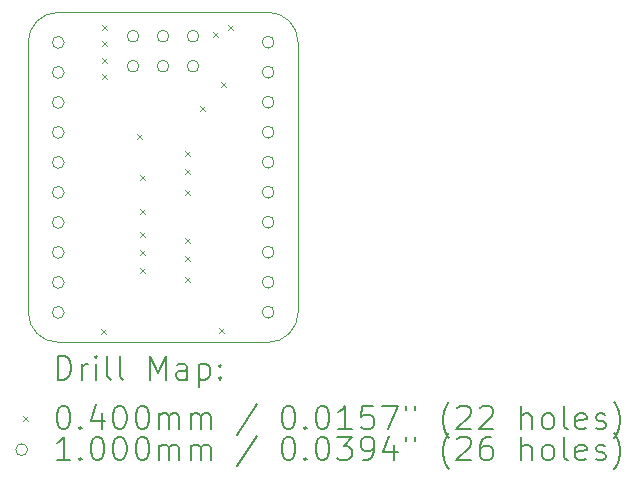
<source format=gbr>
%TF.GenerationSoftware,KiCad,Pcbnew,6.0.8-1.fc36*%
%TF.CreationDate,2022-11-01T17:46:50+01:00*%
%TF.ProjectId,avr32dd20_eval,61767233-3264-4643-9230-5f6576616c2e,rev?*%
%TF.SameCoordinates,Original*%
%TF.FileFunction,Drillmap*%
%TF.FilePolarity,Positive*%
%FSLAX45Y45*%
G04 Gerber Fmt 4.5, Leading zero omitted, Abs format (unit mm)*
G04 Created by KiCad (PCBNEW 6.0.8-1.fc36) date 2022-11-01 17:46:50*
%MOMM*%
%LPD*%
G01*
G04 APERTURE LIST*
%ADD10C,0.100000*%
%ADD11C,0.200000*%
%ADD12C,0.040000*%
G04 APERTURE END LIST*
D10*
X8763000Y-9525000D02*
X8763000Y-7239000D01*
X10795000Y-9779000D02*
X9017000Y-9779000D01*
X11049000Y-7239000D02*
X11049000Y-9525000D01*
X9017000Y-6985000D02*
X10795000Y-6985000D01*
X11049000Y-7239000D02*
G75*
G03*
X10795000Y-6985000I-254000J0D01*
G01*
X9017000Y-6985000D02*
G75*
G03*
X8763000Y-7239000I0J-254000D01*
G01*
X8763000Y-9525000D02*
G75*
G03*
X9017000Y-9779000I254000J0D01*
G01*
X10795000Y-9779000D02*
G75*
G03*
X11049000Y-9525000I0J254000D01*
G01*
D11*
D12*
X9378000Y-9670100D02*
X9418000Y-9710100D01*
X9418000Y-9670100D02*
X9378000Y-9710100D01*
X9390700Y-7092000D02*
X9430700Y-7132000D01*
X9430700Y-7092000D02*
X9390700Y-7132000D01*
X9390700Y-7231700D02*
X9430700Y-7271700D01*
X9430700Y-7231700D02*
X9390700Y-7271700D01*
X9390700Y-7371400D02*
X9430700Y-7411400D01*
X9430700Y-7371400D02*
X9390700Y-7411400D01*
X9390700Y-7511100D02*
X9430700Y-7551100D01*
X9430700Y-7511100D02*
X9390700Y-7551100D01*
X9682800Y-8019100D02*
X9722800Y-8059100D01*
X9722800Y-8019100D02*
X9682800Y-8059100D01*
X9708200Y-8362000D02*
X9748200Y-8402000D01*
X9748200Y-8362000D02*
X9708200Y-8402000D01*
X9708200Y-8654100D02*
X9748200Y-8694100D01*
X9748200Y-8654100D02*
X9708200Y-8694100D01*
X9708200Y-8844600D02*
X9748200Y-8884600D01*
X9748200Y-8844600D02*
X9708200Y-8884600D01*
X9708200Y-8997000D02*
X9748200Y-9037000D01*
X9748200Y-8997000D02*
X9708200Y-9037000D01*
X9708200Y-9149400D02*
X9748200Y-9189400D01*
X9748200Y-9149400D02*
X9708200Y-9189400D01*
X10089200Y-8158800D02*
X10129200Y-8198800D01*
X10129200Y-8158800D02*
X10089200Y-8198800D01*
X10089200Y-8311200D02*
X10129200Y-8351200D01*
X10129200Y-8311200D02*
X10089200Y-8351200D01*
X10089200Y-8489000D02*
X10129200Y-8529000D01*
X10129200Y-8489000D02*
X10089200Y-8529000D01*
X10089200Y-8895400D02*
X10129200Y-8935400D01*
X10129200Y-8895400D02*
X10089200Y-8935400D01*
X10089200Y-9047800D02*
X10129200Y-9087800D01*
X10129200Y-9047800D02*
X10089200Y-9087800D01*
X10089200Y-9225600D02*
X10129200Y-9265600D01*
X10129200Y-9225600D02*
X10089200Y-9265600D01*
X10216200Y-7777800D02*
X10256200Y-7817800D01*
X10256200Y-7777800D02*
X10216200Y-7817800D01*
X10330500Y-7155500D02*
X10370500Y-7195500D01*
X10370500Y-7155500D02*
X10330500Y-7195500D01*
X10381300Y-9657400D02*
X10421300Y-9697400D01*
X10421300Y-9657400D02*
X10381300Y-9697400D01*
X10394000Y-7574600D02*
X10434000Y-7614600D01*
X10434000Y-7574600D02*
X10394000Y-7614600D01*
X10457500Y-7092000D02*
X10497500Y-7132000D01*
X10497500Y-7092000D02*
X10457500Y-7132000D01*
D10*
X9067000Y-7239500D02*
G75*
G03*
X9067000Y-7239500I-50000J0D01*
G01*
X9067000Y-7493500D02*
G75*
G03*
X9067000Y-7493500I-50000J0D01*
G01*
X9067000Y-7747500D02*
G75*
G03*
X9067000Y-7747500I-50000J0D01*
G01*
X9067000Y-8001500D02*
G75*
G03*
X9067000Y-8001500I-50000J0D01*
G01*
X9067000Y-8255500D02*
G75*
G03*
X9067000Y-8255500I-50000J0D01*
G01*
X9067000Y-8509500D02*
G75*
G03*
X9067000Y-8509500I-50000J0D01*
G01*
X9067000Y-8763500D02*
G75*
G03*
X9067000Y-8763500I-50000J0D01*
G01*
X9067000Y-9017500D02*
G75*
G03*
X9067000Y-9017500I-50000J0D01*
G01*
X9067000Y-9271500D02*
G75*
G03*
X9067000Y-9271500I-50000J0D01*
G01*
X9067000Y-9525500D02*
G75*
G03*
X9067000Y-9525500I-50000J0D01*
G01*
X9700500Y-7187700D02*
G75*
G03*
X9700500Y-7187700I-50000J0D01*
G01*
X9700500Y-7441700D02*
G75*
G03*
X9700500Y-7441700I-50000J0D01*
G01*
X9954500Y-7187700D02*
G75*
G03*
X9954500Y-7187700I-50000J0D01*
G01*
X9954500Y-7441700D02*
G75*
G03*
X9954500Y-7441700I-50000J0D01*
G01*
X10208500Y-7187700D02*
G75*
G03*
X10208500Y-7187700I-50000J0D01*
G01*
X10208500Y-7441700D02*
G75*
G03*
X10208500Y-7441700I-50000J0D01*
G01*
X10845000Y-7238500D02*
G75*
G03*
X10845000Y-7238500I-50000J0D01*
G01*
X10845000Y-7492500D02*
G75*
G03*
X10845000Y-7492500I-50000J0D01*
G01*
X10845000Y-7746500D02*
G75*
G03*
X10845000Y-7746500I-50000J0D01*
G01*
X10845000Y-8000500D02*
G75*
G03*
X10845000Y-8000500I-50000J0D01*
G01*
X10845000Y-8254500D02*
G75*
G03*
X10845000Y-8254500I-50000J0D01*
G01*
X10845000Y-8508500D02*
G75*
G03*
X10845000Y-8508500I-50000J0D01*
G01*
X10845000Y-8762500D02*
G75*
G03*
X10845000Y-8762500I-50000J0D01*
G01*
X10845000Y-9016500D02*
G75*
G03*
X10845000Y-9016500I-50000J0D01*
G01*
X10845000Y-9270500D02*
G75*
G03*
X10845000Y-9270500I-50000J0D01*
G01*
X10845000Y-9524500D02*
G75*
G03*
X10845000Y-9524500I-50000J0D01*
G01*
D11*
X9015619Y-10094476D02*
X9015619Y-9894476D01*
X9063238Y-9894476D01*
X9091810Y-9904000D01*
X9110857Y-9923048D01*
X9120381Y-9942095D01*
X9129905Y-9980190D01*
X9129905Y-10008762D01*
X9120381Y-10046857D01*
X9110857Y-10065905D01*
X9091810Y-10084952D01*
X9063238Y-10094476D01*
X9015619Y-10094476D01*
X9215619Y-10094476D02*
X9215619Y-9961143D01*
X9215619Y-9999238D02*
X9225143Y-9980190D01*
X9234667Y-9970667D01*
X9253714Y-9961143D01*
X9272762Y-9961143D01*
X9339429Y-10094476D02*
X9339429Y-9961143D01*
X9339429Y-9894476D02*
X9329905Y-9904000D01*
X9339429Y-9913524D01*
X9348952Y-9904000D01*
X9339429Y-9894476D01*
X9339429Y-9913524D01*
X9463238Y-10094476D02*
X9444190Y-10084952D01*
X9434667Y-10065905D01*
X9434667Y-9894476D01*
X9568000Y-10094476D02*
X9548952Y-10084952D01*
X9539429Y-10065905D01*
X9539429Y-9894476D01*
X9796571Y-10094476D02*
X9796571Y-9894476D01*
X9863238Y-10037333D01*
X9929905Y-9894476D01*
X9929905Y-10094476D01*
X10110857Y-10094476D02*
X10110857Y-9989714D01*
X10101333Y-9970667D01*
X10082286Y-9961143D01*
X10044190Y-9961143D01*
X10025143Y-9970667D01*
X10110857Y-10084952D02*
X10091810Y-10094476D01*
X10044190Y-10094476D01*
X10025143Y-10084952D01*
X10015619Y-10065905D01*
X10015619Y-10046857D01*
X10025143Y-10027810D01*
X10044190Y-10018286D01*
X10091810Y-10018286D01*
X10110857Y-10008762D01*
X10206095Y-9961143D02*
X10206095Y-10161143D01*
X10206095Y-9970667D02*
X10225143Y-9961143D01*
X10263238Y-9961143D01*
X10282286Y-9970667D01*
X10291810Y-9980190D01*
X10301333Y-9999238D01*
X10301333Y-10056381D01*
X10291810Y-10075429D01*
X10282286Y-10084952D01*
X10263238Y-10094476D01*
X10225143Y-10094476D01*
X10206095Y-10084952D01*
X10387048Y-10075429D02*
X10396571Y-10084952D01*
X10387048Y-10094476D01*
X10377524Y-10084952D01*
X10387048Y-10075429D01*
X10387048Y-10094476D01*
X10387048Y-9970667D02*
X10396571Y-9980190D01*
X10387048Y-9989714D01*
X10377524Y-9980190D01*
X10387048Y-9970667D01*
X10387048Y-9989714D01*
D12*
X8718000Y-10404000D02*
X8758000Y-10444000D01*
X8758000Y-10404000D02*
X8718000Y-10444000D01*
D11*
X9053714Y-10314476D02*
X9072762Y-10314476D01*
X9091810Y-10324000D01*
X9101333Y-10333524D01*
X9110857Y-10352571D01*
X9120381Y-10390667D01*
X9120381Y-10438286D01*
X9110857Y-10476381D01*
X9101333Y-10495429D01*
X9091810Y-10504952D01*
X9072762Y-10514476D01*
X9053714Y-10514476D01*
X9034667Y-10504952D01*
X9025143Y-10495429D01*
X9015619Y-10476381D01*
X9006095Y-10438286D01*
X9006095Y-10390667D01*
X9015619Y-10352571D01*
X9025143Y-10333524D01*
X9034667Y-10324000D01*
X9053714Y-10314476D01*
X9206095Y-10495429D02*
X9215619Y-10504952D01*
X9206095Y-10514476D01*
X9196571Y-10504952D01*
X9206095Y-10495429D01*
X9206095Y-10514476D01*
X9387048Y-10381143D02*
X9387048Y-10514476D01*
X9339429Y-10304952D02*
X9291810Y-10447810D01*
X9415619Y-10447810D01*
X9529905Y-10314476D02*
X9548952Y-10314476D01*
X9568000Y-10324000D01*
X9577524Y-10333524D01*
X9587048Y-10352571D01*
X9596571Y-10390667D01*
X9596571Y-10438286D01*
X9587048Y-10476381D01*
X9577524Y-10495429D01*
X9568000Y-10504952D01*
X9548952Y-10514476D01*
X9529905Y-10514476D01*
X9510857Y-10504952D01*
X9501333Y-10495429D01*
X9491810Y-10476381D01*
X9482286Y-10438286D01*
X9482286Y-10390667D01*
X9491810Y-10352571D01*
X9501333Y-10333524D01*
X9510857Y-10324000D01*
X9529905Y-10314476D01*
X9720381Y-10314476D02*
X9739429Y-10314476D01*
X9758476Y-10324000D01*
X9768000Y-10333524D01*
X9777524Y-10352571D01*
X9787048Y-10390667D01*
X9787048Y-10438286D01*
X9777524Y-10476381D01*
X9768000Y-10495429D01*
X9758476Y-10504952D01*
X9739429Y-10514476D01*
X9720381Y-10514476D01*
X9701333Y-10504952D01*
X9691810Y-10495429D01*
X9682286Y-10476381D01*
X9672762Y-10438286D01*
X9672762Y-10390667D01*
X9682286Y-10352571D01*
X9691810Y-10333524D01*
X9701333Y-10324000D01*
X9720381Y-10314476D01*
X9872762Y-10514476D02*
X9872762Y-10381143D01*
X9872762Y-10400190D02*
X9882286Y-10390667D01*
X9901333Y-10381143D01*
X9929905Y-10381143D01*
X9948952Y-10390667D01*
X9958476Y-10409714D01*
X9958476Y-10514476D01*
X9958476Y-10409714D02*
X9968000Y-10390667D01*
X9987048Y-10381143D01*
X10015619Y-10381143D01*
X10034667Y-10390667D01*
X10044190Y-10409714D01*
X10044190Y-10514476D01*
X10139429Y-10514476D02*
X10139429Y-10381143D01*
X10139429Y-10400190D02*
X10148952Y-10390667D01*
X10168000Y-10381143D01*
X10196571Y-10381143D01*
X10215619Y-10390667D01*
X10225143Y-10409714D01*
X10225143Y-10514476D01*
X10225143Y-10409714D02*
X10234667Y-10390667D01*
X10253714Y-10381143D01*
X10282286Y-10381143D01*
X10301333Y-10390667D01*
X10310857Y-10409714D01*
X10310857Y-10514476D01*
X10701333Y-10304952D02*
X10529905Y-10562095D01*
X10958476Y-10314476D02*
X10977524Y-10314476D01*
X10996571Y-10324000D01*
X11006095Y-10333524D01*
X11015619Y-10352571D01*
X11025143Y-10390667D01*
X11025143Y-10438286D01*
X11015619Y-10476381D01*
X11006095Y-10495429D01*
X10996571Y-10504952D01*
X10977524Y-10514476D01*
X10958476Y-10514476D01*
X10939429Y-10504952D01*
X10929905Y-10495429D01*
X10920381Y-10476381D01*
X10910857Y-10438286D01*
X10910857Y-10390667D01*
X10920381Y-10352571D01*
X10929905Y-10333524D01*
X10939429Y-10324000D01*
X10958476Y-10314476D01*
X11110857Y-10495429D02*
X11120381Y-10504952D01*
X11110857Y-10514476D01*
X11101333Y-10504952D01*
X11110857Y-10495429D01*
X11110857Y-10514476D01*
X11244190Y-10314476D02*
X11263238Y-10314476D01*
X11282286Y-10324000D01*
X11291809Y-10333524D01*
X11301333Y-10352571D01*
X11310857Y-10390667D01*
X11310857Y-10438286D01*
X11301333Y-10476381D01*
X11291809Y-10495429D01*
X11282286Y-10504952D01*
X11263238Y-10514476D01*
X11244190Y-10514476D01*
X11225143Y-10504952D01*
X11215619Y-10495429D01*
X11206095Y-10476381D01*
X11196571Y-10438286D01*
X11196571Y-10390667D01*
X11206095Y-10352571D01*
X11215619Y-10333524D01*
X11225143Y-10324000D01*
X11244190Y-10314476D01*
X11501333Y-10514476D02*
X11387048Y-10514476D01*
X11444190Y-10514476D02*
X11444190Y-10314476D01*
X11425143Y-10343048D01*
X11406095Y-10362095D01*
X11387048Y-10371619D01*
X11682286Y-10314476D02*
X11587048Y-10314476D01*
X11577524Y-10409714D01*
X11587048Y-10400190D01*
X11606095Y-10390667D01*
X11653714Y-10390667D01*
X11672762Y-10400190D01*
X11682286Y-10409714D01*
X11691809Y-10428762D01*
X11691809Y-10476381D01*
X11682286Y-10495429D01*
X11672762Y-10504952D01*
X11653714Y-10514476D01*
X11606095Y-10514476D01*
X11587048Y-10504952D01*
X11577524Y-10495429D01*
X11758476Y-10314476D02*
X11891809Y-10314476D01*
X11806095Y-10514476D01*
X11958476Y-10314476D02*
X11958476Y-10352571D01*
X12034667Y-10314476D02*
X12034667Y-10352571D01*
X12329905Y-10590667D02*
X12320381Y-10581143D01*
X12301333Y-10552571D01*
X12291809Y-10533524D01*
X12282286Y-10504952D01*
X12272762Y-10457333D01*
X12272762Y-10419238D01*
X12282286Y-10371619D01*
X12291809Y-10343048D01*
X12301333Y-10324000D01*
X12320381Y-10295429D01*
X12329905Y-10285905D01*
X12396571Y-10333524D02*
X12406095Y-10324000D01*
X12425143Y-10314476D01*
X12472762Y-10314476D01*
X12491809Y-10324000D01*
X12501333Y-10333524D01*
X12510857Y-10352571D01*
X12510857Y-10371619D01*
X12501333Y-10400190D01*
X12387048Y-10514476D01*
X12510857Y-10514476D01*
X12587048Y-10333524D02*
X12596571Y-10324000D01*
X12615619Y-10314476D01*
X12663238Y-10314476D01*
X12682286Y-10324000D01*
X12691809Y-10333524D01*
X12701333Y-10352571D01*
X12701333Y-10371619D01*
X12691809Y-10400190D01*
X12577524Y-10514476D01*
X12701333Y-10514476D01*
X12939428Y-10514476D02*
X12939428Y-10314476D01*
X13025143Y-10514476D02*
X13025143Y-10409714D01*
X13015619Y-10390667D01*
X12996571Y-10381143D01*
X12968000Y-10381143D01*
X12948952Y-10390667D01*
X12939428Y-10400190D01*
X13148952Y-10514476D02*
X13129905Y-10504952D01*
X13120381Y-10495429D01*
X13110857Y-10476381D01*
X13110857Y-10419238D01*
X13120381Y-10400190D01*
X13129905Y-10390667D01*
X13148952Y-10381143D01*
X13177524Y-10381143D01*
X13196571Y-10390667D01*
X13206095Y-10400190D01*
X13215619Y-10419238D01*
X13215619Y-10476381D01*
X13206095Y-10495429D01*
X13196571Y-10504952D01*
X13177524Y-10514476D01*
X13148952Y-10514476D01*
X13329905Y-10514476D02*
X13310857Y-10504952D01*
X13301333Y-10485905D01*
X13301333Y-10314476D01*
X13482286Y-10504952D02*
X13463238Y-10514476D01*
X13425143Y-10514476D01*
X13406095Y-10504952D01*
X13396571Y-10485905D01*
X13396571Y-10409714D01*
X13406095Y-10390667D01*
X13425143Y-10381143D01*
X13463238Y-10381143D01*
X13482286Y-10390667D01*
X13491809Y-10409714D01*
X13491809Y-10428762D01*
X13396571Y-10447810D01*
X13568000Y-10504952D02*
X13587048Y-10514476D01*
X13625143Y-10514476D01*
X13644190Y-10504952D01*
X13653714Y-10485905D01*
X13653714Y-10476381D01*
X13644190Y-10457333D01*
X13625143Y-10447810D01*
X13596571Y-10447810D01*
X13577524Y-10438286D01*
X13568000Y-10419238D01*
X13568000Y-10409714D01*
X13577524Y-10390667D01*
X13596571Y-10381143D01*
X13625143Y-10381143D01*
X13644190Y-10390667D01*
X13720381Y-10590667D02*
X13729905Y-10581143D01*
X13748952Y-10552571D01*
X13758476Y-10533524D01*
X13768000Y-10504952D01*
X13777524Y-10457333D01*
X13777524Y-10419238D01*
X13768000Y-10371619D01*
X13758476Y-10343048D01*
X13748952Y-10324000D01*
X13729905Y-10295429D01*
X13720381Y-10285905D01*
D10*
X8758000Y-10688000D02*
G75*
G03*
X8758000Y-10688000I-50000J0D01*
G01*
D11*
X9120381Y-10778476D02*
X9006095Y-10778476D01*
X9063238Y-10778476D02*
X9063238Y-10578476D01*
X9044190Y-10607048D01*
X9025143Y-10626095D01*
X9006095Y-10635619D01*
X9206095Y-10759429D02*
X9215619Y-10768952D01*
X9206095Y-10778476D01*
X9196571Y-10768952D01*
X9206095Y-10759429D01*
X9206095Y-10778476D01*
X9339429Y-10578476D02*
X9358476Y-10578476D01*
X9377524Y-10588000D01*
X9387048Y-10597524D01*
X9396571Y-10616571D01*
X9406095Y-10654667D01*
X9406095Y-10702286D01*
X9396571Y-10740381D01*
X9387048Y-10759429D01*
X9377524Y-10768952D01*
X9358476Y-10778476D01*
X9339429Y-10778476D01*
X9320381Y-10768952D01*
X9310857Y-10759429D01*
X9301333Y-10740381D01*
X9291810Y-10702286D01*
X9291810Y-10654667D01*
X9301333Y-10616571D01*
X9310857Y-10597524D01*
X9320381Y-10588000D01*
X9339429Y-10578476D01*
X9529905Y-10578476D02*
X9548952Y-10578476D01*
X9568000Y-10588000D01*
X9577524Y-10597524D01*
X9587048Y-10616571D01*
X9596571Y-10654667D01*
X9596571Y-10702286D01*
X9587048Y-10740381D01*
X9577524Y-10759429D01*
X9568000Y-10768952D01*
X9548952Y-10778476D01*
X9529905Y-10778476D01*
X9510857Y-10768952D01*
X9501333Y-10759429D01*
X9491810Y-10740381D01*
X9482286Y-10702286D01*
X9482286Y-10654667D01*
X9491810Y-10616571D01*
X9501333Y-10597524D01*
X9510857Y-10588000D01*
X9529905Y-10578476D01*
X9720381Y-10578476D02*
X9739429Y-10578476D01*
X9758476Y-10588000D01*
X9768000Y-10597524D01*
X9777524Y-10616571D01*
X9787048Y-10654667D01*
X9787048Y-10702286D01*
X9777524Y-10740381D01*
X9768000Y-10759429D01*
X9758476Y-10768952D01*
X9739429Y-10778476D01*
X9720381Y-10778476D01*
X9701333Y-10768952D01*
X9691810Y-10759429D01*
X9682286Y-10740381D01*
X9672762Y-10702286D01*
X9672762Y-10654667D01*
X9682286Y-10616571D01*
X9691810Y-10597524D01*
X9701333Y-10588000D01*
X9720381Y-10578476D01*
X9872762Y-10778476D02*
X9872762Y-10645143D01*
X9872762Y-10664190D02*
X9882286Y-10654667D01*
X9901333Y-10645143D01*
X9929905Y-10645143D01*
X9948952Y-10654667D01*
X9958476Y-10673714D01*
X9958476Y-10778476D01*
X9958476Y-10673714D02*
X9968000Y-10654667D01*
X9987048Y-10645143D01*
X10015619Y-10645143D01*
X10034667Y-10654667D01*
X10044190Y-10673714D01*
X10044190Y-10778476D01*
X10139429Y-10778476D02*
X10139429Y-10645143D01*
X10139429Y-10664190D02*
X10148952Y-10654667D01*
X10168000Y-10645143D01*
X10196571Y-10645143D01*
X10215619Y-10654667D01*
X10225143Y-10673714D01*
X10225143Y-10778476D01*
X10225143Y-10673714D02*
X10234667Y-10654667D01*
X10253714Y-10645143D01*
X10282286Y-10645143D01*
X10301333Y-10654667D01*
X10310857Y-10673714D01*
X10310857Y-10778476D01*
X10701333Y-10568952D02*
X10529905Y-10826095D01*
X10958476Y-10578476D02*
X10977524Y-10578476D01*
X10996571Y-10588000D01*
X11006095Y-10597524D01*
X11015619Y-10616571D01*
X11025143Y-10654667D01*
X11025143Y-10702286D01*
X11015619Y-10740381D01*
X11006095Y-10759429D01*
X10996571Y-10768952D01*
X10977524Y-10778476D01*
X10958476Y-10778476D01*
X10939429Y-10768952D01*
X10929905Y-10759429D01*
X10920381Y-10740381D01*
X10910857Y-10702286D01*
X10910857Y-10654667D01*
X10920381Y-10616571D01*
X10929905Y-10597524D01*
X10939429Y-10588000D01*
X10958476Y-10578476D01*
X11110857Y-10759429D02*
X11120381Y-10768952D01*
X11110857Y-10778476D01*
X11101333Y-10768952D01*
X11110857Y-10759429D01*
X11110857Y-10778476D01*
X11244190Y-10578476D02*
X11263238Y-10578476D01*
X11282286Y-10588000D01*
X11291809Y-10597524D01*
X11301333Y-10616571D01*
X11310857Y-10654667D01*
X11310857Y-10702286D01*
X11301333Y-10740381D01*
X11291809Y-10759429D01*
X11282286Y-10768952D01*
X11263238Y-10778476D01*
X11244190Y-10778476D01*
X11225143Y-10768952D01*
X11215619Y-10759429D01*
X11206095Y-10740381D01*
X11196571Y-10702286D01*
X11196571Y-10654667D01*
X11206095Y-10616571D01*
X11215619Y-10597524D01*
X11225143Y-10588000D01*
X11244190Y-10578476D01*
X11377524Y-10578476D02*
X11501333Y-10578476D01*
X11434667Y-10654667D01*
X11463238Y-10654667D01*
X11482286Y-10664190D01*
X11491809Y-10673714D01*
X11501333Y-10692762D01*
X11501333Y-10740381D01*
X11491809Y-10759429D01*
X11482286Y-10768952D01*
X11463238Y-10778476D01*
X11406095Y-10778476D01*
X11387048Y-10768952D01*
X11377524Y-10759429D01*
X11596571Y-10778476D02*
X11634667Y-10778476D01*
X11653714Y-10768952D01*
X11663238Y-10759429D01*
X11682286Y-10730857D01*
X11691809Y-10692762D01*
X11691809Y-10616571D01*
X11682286Y-10597524D01*
X11672762Y-10588000D01*
X11653714Y-10578476D01*
X11615619Y-10578476D01*
X11596571Y-10588000D01*
X11587048Y-10597524D01*
X11577524Y-10616571D01*
X11577524Y-10664190D01*
X11587048Y-10683238D01*
X11596571Y-10692762D01*
X11615619Y-10702286D01*
X11653714Y-10702286D01*
X11672762Y-10692762D01*
X11682286Y-10683238D01*
X11691809Y-10664190D01*
X11863238Y-10645143D02*
X11863238Y-10778476D01*
X11815619Y-10568952D02*
X11768000Y-10711810D01*
X11891809Y-10711810D01*
X11958476Y-10578476D02*
X11958476Y-10616571D01*
X12034667Y-10578476D02*
X12034667Y-10616571D01*
X12329905Y-10854667D02*
X12320381Y-10845143D01*
X12301333Y-10816571D01*
X12291809Y-10797524D01*
X12282286Y-10768952D01*
X12272762Y-10721333D01*
X12272762Y-10683238D01*
X12282286Y-10635619D01*
X12291809Y-10607048D01*
X12301333Y-10588000D01*
X12320381Y-10559429D01*
X12329905Y-10549905D01*
X12396571Y-10597524D02*
X12406095Y-10588000D01*
X12425143Y-10578476D01*
X12472762Y-10578476D01*
X12491809Y-10588000D01*
X12501333Y-10597524D01*
X12510857Y-10616571D01*
X12510857Y-10635619D01*
X12501333Y-10664190D01*
X12387048Y-10778476D01*
X12510857Y-10778476D01*
X12682286Y-10578476D02*
X12644190Y-10578476D01*
X12625143Y-10588000D01*
X12615619Y-10597524D01*
X12596571Y-10626095D01*
X12587048Y-10664190D01*
X12587048Y-10740381D01*
X12596571Y-10759429D01*
X12606095Y-10768952D01*
X12625143Y-10778476D01*
X12663238Y-10778476D01*
X12682286Y-10768952D01*
X12691809Y-10759429D01*
X12701333Y-10740381D01*
X12701333Y-10692762D01*
X12691809Y-10673714D01*
X12682286Y-10664190D01*
X12663238Y-10654667D01*
X12625143Y-10654667D01*
X12606095Y-10664190D01*
X12596571Y-10673714D01*
X12587048Y-10692762D01*
X12939428Y-10778476D02*
X12939428Y-10578476D01*
X13025143Y-10778476D02*
X13025143Y-10673714D01*
X13015619Y-10654667D01*
X12996571Y-10645143D01*
X12968000Y-10645143D01*
X12948952Y-10654667D01*
X12939428Y-10664190D01*
X13148952Y-10778476D02*
X13129905Y-10768952D01*
X13120381Y-10759429D01*
X13110857Y-10740381D01*
X13110857Y-10683238D01*
X13120381Y-10664190D01*
X13129905Y-10654667D01*
X13148952Y-10645143D01*
X13177524Y-10645143D01*
X13196571Y-10654667D01*
X13206095Y-10664190D01*
X13215619Y-10683238D01*
X13215619Y-10740381D01*
X13206095Y-10759429D01*
X13196571Y-10768952D01*
X13177524Y-10778476D01*
X13148952Y-10778476D01*
X13329905Y-10778476D02*
X13310857Y-10768952D01*
X13301333Y-10749905D01*
X13301333Y-10578476D01*
X13482286Y-10768952D02*
X13463238Y-10778476D01*
X13425143Y-10778476D01*
X13406095Y-10768952D01*
X13396571Y-10749905D01*
X13396571Y-10673714D01*
X13406095Y-10654667D01*
X13425143Y-10645143D01*
X13463238Y-10645143D01*
X13482286Y-10654667D01*
X13491809Y-10673714D01*
X13491809Y-10692762D01*
X13396571Y-10711810D01*
X13568000Y-10768952D02*
X13587048Y-10778476D01*
X13625143Y-10778476D01*
X13644190Y-10768952D01*
X13653714Y-10749905D01*
X13653714Y-10740381D01*
X13644190Y-10721333D01*
X13625143Y-10711810D01*
X13596571Y-10711810D01*
X13577524Y-10702286D01*
X13568000Y-10683238D01*
X13568000Y-10673714D01*
X13577524Y-10654667D01*
X13596571Y-10645143D01*
X13625143Y-10645143D01*
X13644190Y-10654667D01*
X13720381Y-10854667D02*
X13729905Y-10845143D01*
X13748952Y-10816571D01*
X13758476Y-10797524D01*
X13768000Y-10768952D01*
X13777524Y-10721333D01*
X13777524Y-10683238D01*
X13768000Y-10635619D01*
X13758476Y-10607048D01*
X13748952Y-10588000D01*
X13729905Y-10559429D01*
X13720381Y-10549905D01*
M02*

</source>
